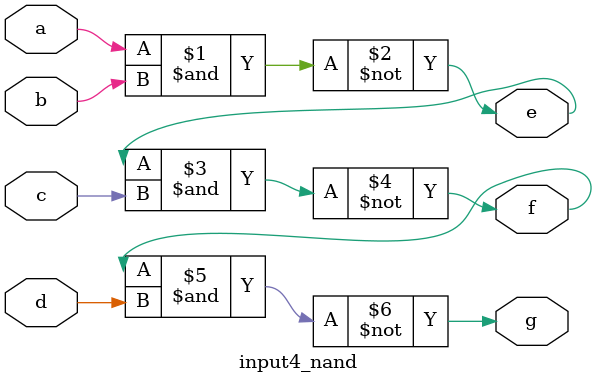
<source format=v>
`timescale 1ns / 1ps


module input4_nand(

input a,b,c,d,
output e,f,g
    );
    
    assign e = ~(a&b);
    assign f = ~(e&c);
    assign g = ~(f&d);
    
endmodule
</source>
